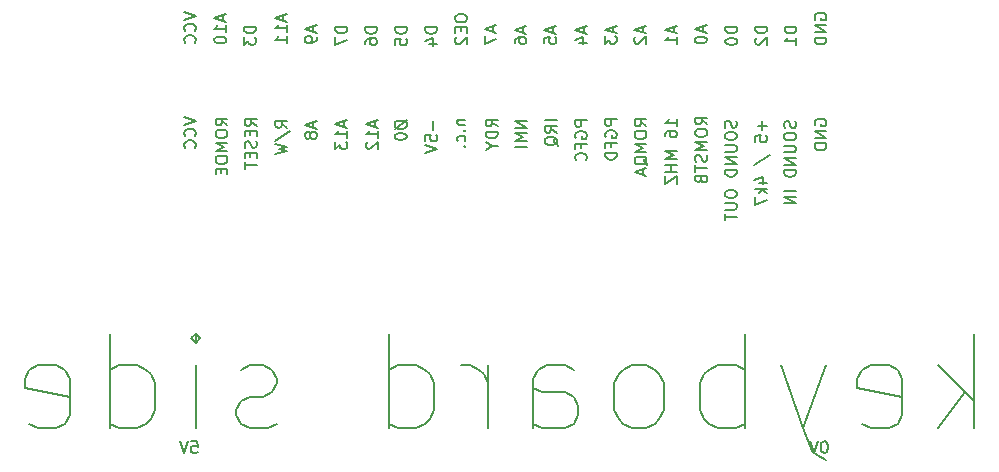
<source format=gbr>
G04 #@! TF.GenerationSoftware,KiCad,Pcbnew,(5.1.2-1)-1*
G04 #@! TF.CreationDate,2022-07-30T23:38:52+02:00*
G04 #@! TF.ProjectId,ElectronBreakOut,456c6563-7472-46f6-9e42-7265616b4f75,rev?*
G04 #@! TF.SameCoordinates,Original*
G04 #@! TF.FileFunction,Legend,Bot*
G04 #@! TF.FilePolarity,Positive*
%FSLAX46Y46*%
G04 Gerber Fmt 4.6, Leading zero omitted, Abs format (unit mm)*
G04 Created by KiCad (PCBNEW (5.1.2-1)-1) date 2022-07-30 23:38:52*
%MOMM*%
%LPD*%
G04 APERTURE LIST*
%ADD10C,0.150000*%
%ADD11C,0.200000*%
G04 APERTURE END LIST*
D10*
X162652380Y-90511904D02*
X162176190Y-90178571D01*
X162652380Y-89940476D02*
X161652380Y-89940476D01*
X161652380Y-90321428D01*
X161700000Y-90416666D01*
X161747619Y-90464285D01*
X161842857Y-90511904D01*
X161985714Y-90511904D01*
X162080952Y-90464285D01*
X162128571Y-90416666D01*
X162176190Y-90321428D01*
X162176190Y-89940476D01*
X161652380Y-91130952D02*
X161652380Y-91321428D01*
X161700000Y-91416666D01*
X161795238Y-91511904D01*
X161985714Y-91559523D01*
X162319047Y-91559523D01*
X162509523Y-91511904D01*
X162604761Y-91416666D01*
X162652380Y-91321428D01*
X162652380Y-91130952D01*
X162604761Y-91035714D01*
X162509523Y-90940476D01*
X162319047Y-90892857D01*
X161985714Y-90892857D01*
X161795238Y-90940476D01*
X161700000Y-91035714D01*
X161652380Y-91130952D01*
X162652380Y-91988095D02*
X161652380Y-91988095D01*
X162366666Y-92321428D01*
X161652380Y-92654761D01*
X162652380Y-92654761D01*
X162747619Y-93797619D02*
X162700000Y-93702380D01*
X162604761Y-93607142D01*
X162461904Y-93464285D01*
X162414285Y-93369047D01*
X162414285Y-93273809D01*
X162652380Y-93321428D02*
X162604761Y-93226190D01*
X162509523Y-93130952D01*
X162319047Y-93083333D01*
X161985714Y-93083333D01*
X161795238Y-93130952D01*
X161700000Y-93226190D01*
X161652380Y-93321428D01*
X161652380Y-93511904D01*
X161700000Y-93607142D01*
X161795238Y-93702380D01*
X161985714Y-93750000D01*
X162319047Y-93750000D01*
X162509523Y-93702380D01*
X162604761Y-93607142D01*
X162652380Y-93511904D01*
X162652380Y-93321428D01*
X162366666Y-94130952D02*
X162366666Y-94607142D01*
X162652380Y-94035714D02*
X161652380Y-94369047D01*
X162652380Y-94702380D01*
X167802380Y-90357142D02*
X167326190Y-90023809D01*
X167802380Y-89785714D02*
X166802380Y-89785714D01*
X166802380Y-90166666D01*
X166850000Y-90261904D01*
X166897619Y-90309523D01*
X166992857Y-90357142D01*
X167135714Y-90357142D01*
X167230952Y-90309523D01*
X167278571Y-90261904D01*
X167326190Y-90166666D01*
X167326190Y-89785714D01*
X166802380Y-90976190D02*
X166802380Y-91166666D01*
X166850000Y-91261904D01*
X166945238Y-91357142D01*
X167135714Y-91404761D01*
X167469047Y-91404761D01*
X167659523Y-91357142D01*
X167754761Y-91261904D01*
X167802380Y-91166666D01*
X167802380Y-90976190D01*
X167754761Y-90880952D01*
X167659523Y-90785714D01*
X167469047Y-90738095D01*
X167135714Y-90738095D01*
X166945238Y-90785714D01*
X166850000Y-90880952D01*
X166802380Y-90976190D01*
X167802380Y-91833333D02*
X166802380Y-91833333D01*
X167516666Y-92166666D01*
X166802380Y-92500000D01*
X167802380Y-92500000D01*
X167754761Y-92928571D02*
X167802380Y-93071428D01*
X167802380Y-93309523D01*
X167754761Y-93404761D01*
X167707142Y-93452380D01*
X167611904Y-93500000D01*
X167516666Y-93500000D01*
X167421428Y-93452380D01*
X167373809Y-93404761D01*
X167326190Y-93309523D01*
X167278571Y-93119047D01*
X167230952Y-93023809D01*
X167183333Y-92976190D01*
X167088095Y-92928571D01*
X166992857Y-92928571D01*
X166897619Y-92976190D01*
X166850000Y-93023809D01*
X166802380Y-93119047D01*
X166802380Y-93357142D01*
X166850000Y-93500000D01*
X166802380Y-93785714D02*
X166802380Y-94357142D01*
X167802380Y-94071428D02*
X166802380Y-94071428D01*
X167278571Y-95023809D02*
X167326190Y-95166666D01*
X167373809Y-95214285D01*
X167469047Y-95261904D01*
X167611904Y-95261904D01*
X167707142Y-95214285D01*
X167754761Y-95166666D01*
X167802380Y-95071428D01*
X167802380Y-94690476D01*
X166802380Y-94690476D01*
X166802380Y-95023809D01*
X166850000Y-95119047D01*
X166897619Y-95166666D01*
X166992857Y-95214285D01*
X167088095Y-95214285D01*
X167183333Y-95166666D01*
X167230952Y-95119047D01*
X167278571Y-95023809D01*
X167278571Y-94690476D01*
X141352380Y-90754761D02*
X142352380Y-89992857D01*
X142352380Y-90278571D02*
X142304761Y-90183333D01*
X142209523Y-90088095D01*
X142019047Y-90040476D01*
X141685714Y-90040476D01*
X141495238Y-90088095D01*
X141400000Y-90183333D01*
X141352380Y-90278571D01*
X141352380Y-90469047D01*
X141400000Y-90564285D01*
X141495238Y-90659523D01*
X141685714Y-90707142D01*
X142019047Y-90707142D01*
X142209523Y-90659523D01*
X142304761Y-90564285D01*
X142352380Y-90469047D01*
X142352380Y-90278571D01*
X141352380Y-91326190D02*
X141352380Y-91421428D01*
X141400000Y-91516666D01*
X141447619Y-91564285D01*
X141542857Y-91611904D01*
X141733333Y-91659523D01*
X141971428Y-91659523D01*
X142161904Y-91611904D01*
X142257142Y-91564285D01*
X142304761Y-91516666D01*
X142352380Y-91421428D01*
X142352380Y-91326190D01*
X142304761Y-91230952D01*
X142257142Y-91183333D01*
X142161904Y-91135714D01*
X141971428Y-91088095D01*
X141733333Y-91088095D01*
X141542857Y-91135714D01*
X141447619Y-91183333D01*
X141400000Y-91230952D01*
X141352380Y-91326190D01*
X150052380Y-90530952D02*
X149576190Y-90197619D01*
X150052380Y-89959523D02*
X149052380Y-89959523D01*
X149052380Y-90340476D01*
X149100000Y-90435714D01*
X149147619Y-90483333D01*
X149242857Y-90530952D01*
X149385714Y-90530952D01*
X149480952Y-90483333D01*
X149528571Y-90435714D01*
X149576190Y-90340476D01*
X149576190Y-89959523D01*
X150052380Y-90959523D02*
X149052380Y-90959523D01*
X149052380Y-91197619D01*
X149100000Y-91340476D01*
X149195238Y-91435714D01*
X149290476Y-91483333D01*
X149480952Y-91530952D01*
X149623809Y-91530952D01*
X149814285Y-91483333D01*
X149909523Y-91435714D01*
X150004761Y-91340476D01*
X150052380Y-91197619D01*
X150052380Y-90959523D01*
X149576190Y-92150000D02*
X150052380Y-92150000D01*
X149052380Y-91816666D02*
X149576190Y-92150000D01*
X149052380Y-92483333D01*
X160152380Y-89909523D02*
X159152380Y-89909523D01*
X159152380Y-90290476D01*
X159200000Y-90385714D01*
X159247619Y-90433333D01*
X159342857Y-90480952D01*
X159485714Y-90480952D01*
X159580952Y-90433333D01*
X159628571Y-90385714D01*
X159676190Y-90290476D01*
X159676190Y-89909523D01*
X159200000Y-91433333D02*
X159152380Y-91338095D01*
X159152380Y-91195238D01*
X159200000Y-91052380D01*
X159295238Y-90957142D01*
X159390476Y-90909523D01*
X159580952Y-90861904D01*
X159723809Y-90861904D01*
X159914285Y-90909523D01*
X160009523Y-90957142D01*
X160104761Y-91052380D01*
X160152380Y-91195238D01*
X160152380Y-91290476D01*
X160104761Y-91433333D01*
X160057142Y-91480952D01*
X159723809Y-91480952D01*
X159723809Y-91290476D01*
X159628571Y-92242857D02*
X159628571Y-91909523D01*
X160152380Y-91909523D02*
X159152380Y-91909523D01*
X159152380Y-92385714D01*
X160152380Y-92766666D02*
X159152380Y-92766666D01*
X159152380Y-93004761D01*
X159200000Y-93147619D01*
X159295238Y-93242857D01*
X159390476Y-93290476D01*
X159580952Y-93338095D01*
X159723809Y-93338095D01*
X159914285Y-93290476D01*
X160009523Y-93242857D01*
X160104761Y-93147619D01*
X160152380Y-93004761D01*
X160152380Y-92766666D01*
X146660714Y-89980952D02*
X147327380Y-89980952D01*
X146755952Y-89980952D02*
X146708333Y-90028571D01*
X146660714Y-90123809D01*
X146660714Y-90266666D01*
X146708333Y-90361904D01*
X146803571Y-90409523D01*
X147327380Y-90409523D01*
X147232142Y-90885714D02*
X147279761Y-90933333D01*
X147327380Y-90885714D01*
X147279761Y-90838095D01*
X147232142Y-90885714D01*
X147327380Y-90885714D01*
X147279761Y-91790476D02*
X147327380Y-91695238D01*
X147327380Y-91504761D01*
X147279761Y-91409523D01*
X147232142Y-91361904D01*
X147136904Y-91314285D01*
X146851190Y-91314285D01*
X146755952Y-91361904D01*
X146708333Y-91409523D01*
X146660714Y-91504761D01*
X146660714Y-91695238D01*
X146708333Y-91790476D01*
X147232142Y-92219047D02*
X147279761Y-92266666D01*
X147327380Y-92219047D01*
X147279761Y-92171428D01*
X147232142Y-92219047D01*
X147327380Y-92219047D01*
X155052380Y-90001190D02*
X154052380Y-90001190D01*
X155052380Y-91048809D02*
X154576190Y-90715476D01*
X155052380Y-90477380D02*
X154052380Y-90477380D01*
X154052380Y-90858333D01*
X154100000Y-90953571D01*
X154147619Y-91001190D01*
X154242857Y-91048809D01*
X154385714Y-91048809D01*
X154480952Y-91001190D01*
X154528571Y-90953571D01*
X154576190Y-90858333D01*
X154576190Y-90477380D01*
X155147619Y-92144047D02*
X155100000Y-92048809D01*
X155004761Y-91953571D01*
X154861904Y-91810714D01*
X154814285Y-91715476D01*
X154814285Y-91620238D01*
X155052380Y-91667857D02*
X155004761Y-91572619D01*
X154909523Y-91477380D01*
X154719047Y-91429761D01*
X154385714Y-91429761D01*
X154195238Y-91477380D01*
X154100000Y-91572619D01*
X154052380Y-91667857D01*
X154052380Y-91858333D01*
X154100000Y-91953571D01*
X154195238Y-92048809D01*
X154385714Y-92096428D01*
X154719047Y-92096428D01*
X154909523Y-92048809D01*
X155004761Y-91953571D01*
X155052380Y-91858333D01*
X155052380Y-91667857D01*
X157627380Y-89984523D02*
X156627380Y-89984523D01*
X156627380Y-90365476D01*
X156675000Y-90460714D01*
X156722619Y-90508333D01*
X156817857Y-90555952D01*
X156960714Y-90555952D01*
X157055952Y-90508333D01*
X157103571Y-90460714D01*
X157151190Y-90365476D01*
X157151190Y-89984523D01*
X156675000Y-91508333D02*
X156627380Y-91413095D01*
X156627380Y-91270238D01*
X156675000Y-91127380D01*
X156770238Y-91032142D01*
X156865476Y-90984523D01*
X157055952Y-90936904D01*
X157198809Y-90936904D01*
X157389285Y-90984523D01*
X157484523Y-91032142D01*
X157579761Y-91127380D01*
X157627380Y-91270238D01*
X157627380Y-91365476D01*
X157579761Y-91508333D01*
X157532142Y-91555952D01*
X157198809Y-91555952D01*
X157198809Y-91365476D01*
X157103571Y-92317857D02*
X157103571Y-91984523D01*
X157627380Y-91984523D02*
X156627380Y-91984523D01*
X156627380Y-92460714D01*
X157532142Y-93413095D02*
X157579761Y-93365476D01*
X157627380Y-93222619D01*
X157627380Y-93127380D01*
X157579761Y-92984523D01*
X157484523Y-92889285D01*
X157389285Y-92841666D01*
X157198809Y-92794047D01*
X157055952Y-92794047D01*
X156865476Y-92841666D01*
X156770238Y-92889285D01*
X156675000Y-92984523D01*
X156627380Y-93127380D01*
X156627380Y-93222619D01*
X156675000Y-93365476D01*
X156722619Y-93413095D01*
X165252380Y-90507142D02*
X165252380Y-89935714D01*
X165252380Y-90221428D02*
X164252380Y-90221428D01*
X164395238Y-90126190D01*
X164490476Y-90030952D01*
X164538095Y-89935714D01*
X164252380Y-91364285D02*
X164252380Y-91173809D01*
X164300000Y-91078571D01*
X164347619Y-91030952D01*
X164490476Y-90935714D01*
X164680952Y-90888095D01*
X165061904Y-90888095D01*
X165157142Y-90935714D01*
X165204761Y-90983333D01*
X165252380Y-91078571D01*
X165252380Y-91269047D01*
X165204761Y-91364285D01*
X165157142Y-91411904D01*
X165061904Y-91459523D01*
X164823809Y-91459523D01*
X164728571Y-91411904D01*
X164680952Y-91364285D01*
X164633333Y-91269047D01*
X164633333Y-91078571D01*
X164680952Y-90983333D01*
X164728571Y-90935714D01*
X164823809Y-90888095D01*
X165252380Y-92650000D02*
X164252380Y-92650000D01*
X164966666Y-92983333D01*
X164252380Y-93316666D01*
X165252380Y-93316666D01*
X165252380Y-93792857D02*
X164252380Y-93792857D01*
X164728571Y-93792857D02*
X164728571Y-94364285D01*
X165252380Y-94364285D02*
X164252380Y-94364285D01*
X164252380Y-94745238D02*
X164252380Y-95411904D01*
X165252380Y-94745238D01*
X165252380Y-95411904D01*
X170254761Y-90058333D02*
X170302380Y-90201190D01*
X170302380Y-90439285D01*
X170254761Y-90534523D01*
X170207142Y-90582142D01*
X170111904Y-90629761D01*
X170016666Y-90629761D01*
X169921428Y-90582142D01*
X169873809Y-90534523D01*
X169826190Y-90439285D01*
X169778571Y-90248809D01*
X169730952Y-90153571D01*
X169683333Y-90105952D01*
X169588095Y-90058333D01*
X169492857Y-90058333D01*
X169397619Y-90105952D01*
X169350000Y-90153571D01*
X169302380Y-90248809D01*
X169302380Y-90486904D01*
X169350000Y-90629761D01*
X169302380Y-91248809D02*
X169302380Y-91439285D01*
X169350000Y-91534523D01*
X169445238Y-91629761D01*
X169635714Y-91677380D01*
X169969047Y-91677380D01*
X170159523Y-91629761D01*
X170254761Y-91534523D01*
X170302380Y-91439285D01*
X170302380Y-91248809D01*
X170254761Y-91153571D01*
X170159523Y-91058333D01*
X169969047Y-91010714D01*
X169635714Y-91010714D01*
X169445238Y-91058333D01*
X169350000Y-91153571D01*
X169302380Y-91248809D01*
X169302380Y-92105952D02*
X170111904Y-92105952D01*
X170207142Y-92153571D01*
X170254761Y-92201190D01*
X170302380Y-92296428D01*
X170302380Y-92486904D01*
X170254761Y-92582142D01*
X170207142Y-92629761D01*
X170111904Y-92677380D01*
X169302380Y-92677380D01*
X170302380Y-93153571D02*
X169302380Y-93153571D01*
X170302380Y-93725000D01*
X169302380Y-93725000D01*
X170302380Y-94201190D02*
X169302380Y-94201190D01*
X169302380Y-94439285D01*
X169350000Y-94582142D01*
X169445238Y-94677380D01*
X169540476Y-94725000D01*
X169730952Y-94772619D01*
X169873809Y-94772619D01*
X170064285Y-94725000D01*
X170159523Y-94677380D01*
X170254761Y-94582142D01*
X170302380Y-94439285D01*
X170302380Y-94201190D01*
X169302380Y-96153571D02*
X169302380Y-96344047D01*
X169350000Y-96439285D01*
X169445238Y-96534523D01*
X169635714Y-96582142D01*
X169969047Y-96582142D01*
X170159523Y-96534523D01*
X170254761Y-96439285D01*
X170302380Y-96344047D01*
X170302380Y-96153571D01*
X170254761Y-96058333D01*
X170159523Y-95963095D01*
X169969047Y-95915476D01*
X169635714Y-95915476D01*
X169445238Y-95963095D01*
X169350000Y-96058333D01*
X169302380Y-96153571D01*
X169302380Y-97010714D02*
X170111904Y-97010714D01*
X170207142Y-97058333D01*
X170254761Y-97105952D01*
X170302380Y-97201190D01*
X170302380Y-97391666D01*
X170254761Y-97486904D01*
X170207142Y-97534523D01*
X170111904Y-97582142D01*
X169302380Y-97582142D01*
X169302380Y-97915476D02*
X169302380Y-98486904D01*
X170302380Y-98201190D02*
X169302380Y-98201190D01*
X146452380Y-81276190D02*
X146452380Y-81466666D01*
X146500000Y-81561904D01*
X146595238Y-81657142D01*
X146785714Y-81704761D01*
X147119047Y-81704761D01*
X147309523Y-81657142D01*
X147404761Y-81561904D01*
X147452380Y-81466666D01*
X147452380Y-81276190D01*
X147404761Y-81180952D01*
X147309523Y-81085714D01*
X147119047Y-81038095D01*
X146785714Y-81038095D01*
X146595238Y-81085714D01*
X146500000Y-81180952D01*
X146452380Y-81276190D01*
X146928571Y-82133333D02*
X146928571Y-82466666D01*
X147452380Y-82609523D02*
X147452380Y-82133333D01*
X146452380Y-82133333D01*
X146452380Y-82609523D01*
X146547619Y-82990476D02*
X146500000Y-83038095D01*
X146452380Y-83133333D01*
X146452380Y-83371428D01*
X146500000Y-83466666D01*
X146547619Y-83514285D01*
X146642857Y-83561904D01*
X146738095Y-83561904D01*
X146880952Y-83514285D01*
X147452380Y-82942857D01*
X147452380Y-83561904D01*
X144927380Y-82111904D02*
X143927380Y-82111904D01*
X143927380Y-82350000D01*
X143975000Y-82492857D01*
X144070238Y-82588095D01*
X144165476Y-82635714D01*
X144355952Y-82683333D01*
X144498809Y-82683333D01*
X144689285Y-82635714D01*
X144784523Y-82588095D01*
X144879761Y-82492857D01*
X144927380Y-82350000D01*
X144927380Y-82111904D01*
X144260714Y-83540476D02*
X144927380Y-83540476D01*
X143879761Y-83302380D02*
X144594047Y-83064285D01*
X144594047Y-83683333D01*
X175279761Y-90100000D02*
X175327380Y-90242857D01*
X175327380Y-90480952D01*
X175279761Y-90576190D01*
X175232142Y-90623809D01*
X175136904Y-90671428D01*
X175041666Y-90671428D01*
X174946428Y-90623809D01*
X174898809Y-90576190D01*
X174851190Y-90480952D01*
X174803571Y-90290476D01*
X174755952Y-90195238D01*
X174708333Y-90147619D01*
X174613095Y-90100000D01*
X174517857Y-90100000D01*
X174422619Y-90147619D01*
X174375000Y-90195238D01*
X174327380Y-90290476D01*
X174327380Y-90528571D01*
X174375000Y-90671428D01*
X174327380Y-91290476D02*
X174327380Y-91480952D01*
X174375000Y-91576190D01*
X174470238Y-91671428D01*
X174660714Y-91719047D01*
X174994047Y-91719047D01*
X175184523Y-91671428D01*
X175279761Y-91576190D01*
X175327380Y-91480952D01*
X175327380Y-91290476D01*
X175279761Y-91195238D01*
X175184523Y-91100000D01*
X174994047Y-91052380D01*
X174660714Y-91052380D01*
X174470238Y-91100000D01*
X174375000Y-91195238D01*
X174327380Y-91290476D01*
X174327380Y-92147619D02*
X175136904Y-92147619D01*
X175232142Y-92195238D01*
X175279761Y-92242857D01*
X175327380Y-92338095D01*
X175327380Y-92528571D01*
X175279761Y-92623809D01*
X175232142Y-92671428D01*
X175136904Y-92719047D01*
X174327380Y-92719047D01*
X175327380Y-93195238D02*
X174327380Y-93195238D01*
X175327380Y-93766666D01*
X174327380Y-93766666D01*
X175327380Y-94242857D02*
X174327380Y-94242857D01*
X174327380Y-94480952D01*
X174375000Y-94623809D01*
X174470238Y-94719047D01*
X174565476Y-94766666D01*
X174755952Y-94814285D01*
X174898809Y-94814285D01*
X175089285Y-94766666D01*
X175184523Y-94719047D01*
X175279761Y-94623809D01*
X175327380Y-94480952D01*
X175327380Y-94242857D01*
X175327380Y-96004761D02*
X174327380Y-96004761D01*
X175327380Y-96480952D02*
X174327380Y-96480952D01*
X175327380Y-97052380D01*
X174327380Y-97052380D01*
X131916666Y-81084523D02*
X131916666Y-81560714D01*
X132202380Y-80989285D02*
X131202380Y-81322619D01*
X132202380Y-81655952D01*
X132202380Y-82513095D02*
X132202380Y-81941666D01*
X132202380Y-82227380D02*
X131202380Y-82227380D01*
X131345238Y-82132142D01*
X131440476Y-82036904D01*
X131488095Y-81941666D01*
X132202380Y-83465476D02*
X132202380Y-82894047D01*
X132202380Y-83179761D02*
X131202380Y-83179761D01*
X131345238Y-83084523D01*
X131440476Y-82989285D01*
X131488095Y-82894047D01*
X142377380Y-82136904D02*
X141377380Y-82136904D01*
X141377380Y-82375000D01*
X141425000Y-82517857D01*
X141520238Y-82613095D01*
X141615476Y-82660714D01*
X141805952Y-82708333D01*
X141948809Y-82708333D01*
X142139285Y-82660714D01*
X142234523Y-82613095D01*
X142329761Y-82517857D01*
X142377380Y-82375000D01*
X142377380Y-82136904D01*
X141377380Y-83613095D02*
X141377380Y-83136904D01*
X141853571Y-83089285D01*
X141805952Y-83136904D01*
X141758333Y-83232142D01*
X141758333Y-83470238D01*
X141805952Y-83565476D01*
X141853571Y-83613095D01*
X141948809Y-83660714D01*
X142186904Y-83660714D01*
X142282142Y-83613095D01*
X142329761Y-83565476D01*
X142377380Y-83470238D01*
X142377380Y-83232142D01*
X142329761Y-83136904D01*
X142282142Y-83089285D01*
X126791666Y-81109523D02*
X126791666Y-81585714D01*
X127077380Y-81014285D02*
X126077380Y-81347619D01*
X127077380Y-81680952D01*
X127077380Y-82538095D02*
X127077380Y-81966666D01*
X127077380Y-82252380D02*
X126077380Y-82252380D01*
X126220238Y-82157142D01*
X126315476Y-82061904D01*
X126363095Y-81966666D01*
X126077380Y-83157142D02*
X126077380Y-83252380D01*
X126125000Y-83347619D01*
X126172619Y-83395238D01*
X126267857Y-83442857D01*
X126458333Y-83490476D01*
X126696428Y-83490476D01*
X126886904Y-83442857D01*
X126982142Y-83395238D01*
X127029761Y-83347619D01*
X127077380Y-83252380D01*
X127077380Y-83157142D01*
X127029761Y-83061904D01*
X126982142Y-83014285D01*
X126886904Y-82966666D01*
X126696428Y-82919047D01*
X126458333Y-82919047D01*
X126267857Y-82966666D01*
X126172619Y-83014285D01*
X126125000Y-83061904D01*
X126077380Y-83157142D01*
X129577380Y-82086904D02*
X128577380Y-82086904D01*
X128577380Y-82325000D01*
X128625000Y-82467857D01*
X128720238Y-82563095D01*
X128815476Y-82610714D01*
X129005952Y-82658333D01*
X129148809Y-82658333D01*
X129339285Y-82610714D01*
X129434523Y-82563095D01*
X129529761Y-82467857D01*
X129577380Y-82325000D01*
X129577380Y-82086904D01*
X128577380Y-82991666D02*
X128577380Y-83610714D01*
X128958333Y-83277380D01*
X128958333Y-83420238D01*
X129005952Y-83515476D01*
X129053571Y-83563095D01*
X129148809Y-83610714D01*
X129386904Y-83610714D01*
X129482142Y-83563095D01*
X129529761Y-83515476D01*
X129577380Y-83420238D01*
X129577380Y-83134523D01*
X129529761Y-83039285D01*
X129482142Y-82991666D01*
X134441666Y-82035714D02*
X134441666Y-82511904D01*
X134727380Y-81940476D02*
X133727380Y-82273809D01*
X134727380Y-82607142D01*
X134727380Y-82988095D02*
X134727380Y-83178571D01*
X134679761Y-83273809D01*
X134632142Y-83321428D01*
X134489285Y-83416666D01*
X134298809Y-83464285D01*
X133917857Y-83464285D01*
X133822619Y-83416666D01*
X133775000Y-83369047D01*
X133727380Y-83273809D01*
X133727380Y-83083333D01*
X133775000Y-82988095D01*
X133822619Y-82940476D01*
X133917857Y-82892857D01*
X134155952Y-82892857D01*
X134251190Y-82940476D01*
X134298809Y-82988095D01*
X134346428Y-83083333D01*
X134346428Y-83273809D01*
X134298809Y-83369047D01*
X134251190Y-83416666D01*
X134155952Y-83464285D01*
X137327380Y-82086904D02*
X136327380Y-82086904D01*
X136327380Y-82325000D01*
X136375000Y-82467857D01*
X136470238Y-82563095D01*
X136565476Y-82610714D01*
X136755952Y-82658333D01*
X136898809Y-82658333D01*
X137089285Y-82610714D01*
X137184523Y-82563095D01*
X137279761Y-82467857D01*
X137327380Y-82325000D01*
X137327380Y-82086904D01*
X136327380Y-82991666D02*
X136327380Y-83658333D01*
X137327380Y-83229761D01*
X123502380Y-80866666D02*
X124502380Y-81200000D01*
X123502380Y-81533333D01*
X124407142Y-82438095D02*
X124454761Y-82390476D01*
X124502380Y-82247619D01*
X124502380Y-82152380D01*
X124454761Y-82009523D01*
X124359523Y-81914285D01*
X124264285Y-81866666D01*
X124073809Y-81819047D01*
X123930952Y-81819047D01*
X123740476Y-81866666D01*
X123645238Y-81914285D01*
X123550000Y-82009523D01*
X123502380Y-82152380D01*
X123502380Y-82247619D01*
X123550000Y-82390476D01*
X123597619Y-82438095D01*
X124407142Y-83438095D02*
X124454761Y-83390476D01*
X124502380Y-83247619D01*
X124502380Y-83152380D01*
X124454761Y-83009523D01*
X124359523Y-82914285D01*
X124264285Y-82866666D01*
X124073809Y-82819047D01*
X123930952Y-82819047D01*
X123740476Y-82866666D01*
X123645238Y-82914285D01*
X123550000Y-83009523D01*
X123502380Y-83152380D01*
X123502380Y-83247619D01*
X123550000Y-83390476D01*
X123597619Y-83438095D01*
X152527380Y-90054761D02*
X151527380Y-90054761D01*
X152527380Y-90626190D01*
X151527380Y-90626190D01*
X152527380Y-91102380D02*
X151527380Y-91102380D01*
X152241666Y-91435714D01*
X151527380Y-91769047D01*
X152527380Y-91769047D01*
X152527380Y-92245238D02*
X151527380Y-92245238D01*
X139852380Y-82111904D02*
X138852380Y-82111904D01*
X138852380Y-82350000D01*
X138900000Y-82492857D01*
X138995238Y-82588095D01*
X139090476Y-82635714D01*
X139280952Y-82683333D01*
X139423809Y-82683333D01*
X139614285Y-82635714D01*
X139709523Y-82588095D01*
X139804761Y-82492857D01*
X139852380Y-82350000D01*
X139852380Y-82111904D01*
X138852380Y-83540476D02*
X138852380Y-83350000D01*
X138900000Y-83254761D01*
X138947619Y-83207142D01*
X139090476Y-83111904D01*
X139280952Y-83064285D01*
X139661904Y-83064285D01*
X139757142Y-83111904D01*
X139804761Y-83159523D01*
X139852380Y-83254761D01*
X139852380Y-83445238D01*
X139804761Y-83540476D01*
X139757142Y-83588095D01*
X139661904Y-83635714D01*
X139423809Y-83635714D01*
X139328571Y-83588095D01*
X139280952Y-83540476D01*
X139233333Y-83445238D01*
X139233333Y-83254761D01*
X139280952Y-83159523D01*
X139328571Y-83111904D01*
X139423809Y-83064285D01*
X176950000Y-90438095D02*
X176902380Y-90342857D01*
X176902380Y-90200000D01*
X176950000Y-90057142D01*
X177045238Y-89961904D01*
X177140476Y-89914285D01*
X177330952Y-89866666D01*
X177473809Y-89866666D01*
X177664285Y-89914285D01*
X177759523Y-89961904D01*
X177854761Y-90057142D01*
X177902380Y-90200000D01*
X177902380Y-90295238D01*
X177854761Y-90438095D01*
X177807142Y-90485714D01*
X177473809Y-90485714D01*
X177473809Y-90295238D01*
X177902380Y-90914285D02*
X176902380Y-90914285D01*
X177902380Y-91485714D01*
X176902380Y-91485714D01*
X177902380Y-91961904D02*
X176902380Y-91961904D01*
X176902380Y-92200000D01*
X176950000Y-92342857D01*
X177045238Y-92438095D01*
X177140476Y-92485714D01*
X177330952Y-92533333D01*
X177473809Y-92533333D01*
X177664285Y-92485714D01*
X177759523Y-92438095D01*
X177854761Y-92342857D01*
X177902380Y-92200000D01*
X177902380Y-91961904D01*
X123527380Y-89766666D02*
X124527380Y-90100000D01*
X123527380Y-90433333D01*
X124432142Y-91338095D02*
X124479761Y-91290476D01*
X124527380Y-91147619D01*
X124527380Y-91052380D01*
X124479761Y-90909523D01*
X124384523Y-90814285D01*
X124289285Y-90766666D01*
X124098809Y-90719047D01*
X123955952Y-90719047D01*
X123765476Y-90766666D01*
X123670238Y-90814285D01*
X123575000Y-90909523D01*
X123527380Y-91052380D01*
X123527380Y-91147619D01*
X123575000Y-91290476D01*
X123622619Y-91338095D01*
X124432142Y-92338095D02*
X124479761Y-92290476D01*
X124527380Y-92147619D01*
X124527380Y-92052380D01*
X124479761Y-91909523D01*
X124384523Y-91814285D01*
X124289285Y-91766666D01*
X124098809Y-91719047D01*
X123955952Y-91719047D01*
X123765476Y-91766666D01*
X123670238Y-91814285D01*
X123575000Y-91909523D01*
X123527380Y-92052380D01*
X123527380Y-92147619D01*
X123575000Y-92290476D01*
X123622619Y-92338095D01*
X127177380Y-90438095D02*
X126701190Y-90104761D01*
X127177380Y-89866666D02*
X126177380Y-89866666D01*
X126177380Y-90247619D01*
X126225000Y-90342857D01*
X126272619Y-90390476D01*
X126367857Y-90438095D01*
X126510714Y-90438095D01*
X126605952Y-90390476D01*
X126653571Y-90342857D01*
X126701190Y-90247619D01*
X126701190Y-89866666D01*
X126177380Y-91057142D02*
X126177380Y-91247619D01*
X126225000Y-91342857D01*
X126320238Y-91438095D01*
X126510714Y-91485714D01*
X126844047Y-91485714D01*
X127034523Y-91438095D01*
X127129761Y-91342857D01*
X127177380Y-91247619D01*
X127177380Y-91057142D01*
X127129761Y-90961904D01*
X127034523Y-90866666D01*
X126844047Y-90819047D01*
X126510714Y-90819047D01*
X126320238Y-90866666D01*
X126225000Y-90961904D01*
X126177380Y-91057142D01*
X127177380Y-91914285D02*
X126177380Y-91914285D01*
X126891666Y-92247619D01*
X126177380Y-92580952D01*
X127177380Y-92580952D01*
X126177380Y-93247619D02*
X126177380Y-93438095D01*
X126225000Y-93533333D01*
X126320238Y-93628571D01*
X126510714Y-93676190D01*
X126844047Y-93676190D01*
X127034523Y-93628571D01*
X127129761Y-93533333D01*
X127177380Y-93438095D01*
X127177380Y-93247619D01*
X127129761Y-93152380D01*
X127034523Y-93057142D01*
X126844047Y-93009523D01*
X126510714Y-93009523D01*
X126320238Y-93057142D01*
X126225000Y-93152380D01*
X126177380Y-93247619D01*
X126653571Y-94104761D02*
X126653571Y-94438095D01*
X127177380Y-94580952D02*
X127177380Y-94104761D01*
X126177380Y-94104761D01*
X126177380Y-94580952D01*
X129652380Y-90472619D02*
X129176190Y-90139285D01*
X129652380Y-89901190D02*
X128652380Y-89901190D01*
X128652380Y-90282142D01*
X128700000Y-90377380D01*
X128747619Y-90425000D01*
X128842857Y-90472619D01*
X128985714Y-90472619D01*
X129080952Y-90425000D01*
X129128571Y-90377380D01*
X129176190Y-90282142D01*
X129176190Y-89901190D01*
X129128571Y-90901190D02*
X129128571Y-91234523D01*
X129652380Y-91377380D02*
X129652380Y-90901190D01*
X128652380Y-90901190D01*
X128652380Y-91377380D01*
X129604761Y-91758333D02*
X129652380Y-91901190D01*
X129652380Y-92139285D01*
X129604761Y-92234523D01*
X129557142Y-92282142D01*
X129461904Y-92329761D01*
X129366666Y-92329761D01*
X129271428Y-92282142D01*
X129223809Y-92234523D01*
X129176190Y-92139285D01*
X129128571Y-91948809D01*
X129080952Y-91853571D01*
X129033333Y-91805952D01*
X128938095Y-91758333D01*
X128842857Y-91758333D01*
X128747619Y-91805952D01*
X128700000Y-91853571D01*
X128652380Y-91948809D01*
X128652380Y-92186904D01*
X128700000Y-92329761D01*
X129128571Y-92758333D02*
X129128571Y-93091666D01*
X129652380Y-93234523D02*
X129652380Y-92758333D01*
X128652380Y-92758333D01*
X128652380Y-93234523D01*
X128652380Y-93520238D02*
X128652380Y-94091666D01*
X129652380Y-93805952D02*
X128652380Y-93805952D01*
X132252380Y-90639285D02*
X131776190Y-90305952D01*
X132252380Y-90067857D02*
X131252380Y-90067857D01*
X131252380Y-90448809D01*
X131300000Y-90544047D01*
X131347619Y-90591666D01*
X131442857Y-90639285D01*
X131585714Y-90639285D01*
X131680952Y-90591666D01*
X131728571Y-90544047D01*
X131776190Y-90448809D01*
X131776190Y-90067857D01*
X131204761Y-91782142D02*
X132490476Y-90925000D01*
X131252380Y-92020238D02*
X132252380Y-92258333D01*
X131538095Y-92448809D01*
X132252380Y-92639285D01*
X131252380Y-92877380D01*
X134466666Y-90135714D02*
X134466666Y-90611904D01*
X134752380Y-90040476D02*
X133752380Y-90373809D01*
X134752380Y-90707142D01*
X134180952Y-91183333D02*
X134133333Y-91088095D01*
X134085714Y-91040476D01*
X133990476Y-90992857D01*
X133942857Y-90992857D01*
X133847619Y-91040476D01*
X133800000Y-91088095D01*
X133752380Y-91183333D01*
X133752380Y-91373809D01*
X133800000Y-91469047D01*
X133847619Y-91516666D01*
X133942857Y-91564285D01*
X133990476Y-91564285D01*
X134085714Y-91516666D01*
X134133333Y-91469047D01*
X134180952Y-91373809D01*
X134180952Y-91183333D01*
X134228571Y-91088095D01*
X134276190Y-91040476D01*
X134371428Y-90992857D01*
X134561904Y-90992857D01*
X134657142Y-91040476D01*
X134704761Y-91088095D01*
X134752380Y-91183333D01*
X134752380Y-91373809D01*
X134704761Y-91469047D01*
X134657142Y-91516666D01*
X134561904Y-91564285D01*
X134371428Y-91564285D01*
X134276190Y-91516666D01*
X134228571Y-91469047D01*
X134180952Y-91373809D01*
X137041666Y-90059523D02*
X137041666Y-90535714D01*
X137327380Y-89964285D02*
X136327380Y-90297619D01*
X137327380Y-90630952D01*
X137327380Y-91488095D02*
X137327380Y-90916666D01*
X137327380Y-91202380D02*
X136327380Y-91202380D01*
X136470238Y-91107142D01*
X136565476Y-91011904D01*
X136613095Y-90916666D01*
X136327380Y-91821428D02*
X136327380Y-92440476D01*
X136708333Y-92107142D01*
X136708333Y-92250000D01*
X136755952Y-92345238D01*
X136803571Y-92392857D01*
X136898809Y-92440476D01*
X137136904Y-92440476D01*
X137232142Y-92392857D01*
X137279761Y-92345238D01*
X137327380Y-92250000D01*
X137327380Y-91964285D01*
X137279761Y-91869047D01*
X137232142Y-91821428D01*
X139641666Y-90059523D02*
X139641666Y-90535714D01*
X139927380Y-89964285D02*
X138927380Y-90297619D01*
X139927380Y-90630952D01*
X139927380Y-91488095D02*
X139927380Y-90916666D01*
X139927380Y-91202380D02*
X138927380Y-91202380D01*
X139070238Y-91107142D01*
X139165476Y-91011904D01*
X139213095Y-90916666D01*
X139022619Y-91869047D02*
X138975000Y-91916666D01*
X138927380Y-92011904D01*
X138927380Y-92250000D01*
X138975000Y-92345238D01*
X139022619Y-92392857D01*
X139117857Y-92440476D01*
X139213095Y-92440476D01*
X139355952Y-92392857D01*
X139927380Y-91821428D01*
X139927380Y-92440476D01*
X144571428Y-90039285D02*
X144571428Y-90801190D01*
X143952380Y-91753571D02*
X143952380Y-91277380D01*
X144428571Y-91229761D01*
X144380952Y-91277380D01*
X144333333Y-91372619D01*
X144333333Y-91610714D01*
X144380952Y-91705952D01*
X144428571Y-91753571D01*
X144523809Y-91801190D01*
X144761904Y-91801190D01*
X144857142Y-91753571D01*
X144904761Y-91705952D01*
X144952380Y-91610714D01*
X144952380Y-91372619D01*
X144904761Y-91277380D01*
X144857142Y-91229761D01*
X143952380Y-92086904D02*
X144952380Y-92420238D01*
X143952380Y-92753571D01*
X172471428Y-90100000D02*
X172471428Y-90861904D01*
X172852380Y-90480952D02*
X172090476Y-90480952D01*
X171852380Y-91814285D02*
X171852380Y-91338095D01*
X172328571Y-91290476D01*
X172280952Y-91338095D01*
X172233333Y-91433333D01*
X172233333Y-91671428D01*
X172280952Y-91766666D01*
X172328571Y-91814285D01*
X172423809Y-91861904D01*
X172661904Y-91861904D01*
X172757142Y-91814285D01*
X172804761Y-91766666D01*
X172852380Y-91671428D01*
X172852380Y-91433333D01*
X172804761Y-91338095D01*
X172757142Y-91290476D01*
X171804761Y-93766666D02*
X173090476Y-92909523D01*
X172185714Y-95290476D02*
X172852380Y-95290476D01*
X171804761Y-95052380D02*
X172519047Y-94814285D01*
X172519047Y-95433333D01*
X172852380Y-95814285D02*
X171852380Y-95814285D01*
X172471428Y-95909523D02*
X172852380Y-96195238D01*
X172185714Y-96195238D02*
X172566666Y-95814285D01*
X171852380Y-96528571D02*
X171852380Y-97195238D01*
X172852380Y-96766666D01*
X149666666Y-82060714D02*
X149666666Y-82536904D01*
X149952380Y-81965476D02*
X148952380Y-82298809D01*
X149952380Y-82632142D01*
X148952380Y-82870238D02*
X148952380Y-83536904D01*
X149952380Y-83108333D01*
X152216666Y-82110714D02*
X152216666Y-82586904D01*
X152502380Y-82015476D02*
X151502380Y-82348809D01*
X152502380Y-82682142D01*
X151502380Y-83444047D02*
X151502380Y-83253571D01*
X151550000Y-83158333D01*
X151597619Y-83110714D01*
X151740476Y-83015476D01*
X151930952Y-82967857D01*
X152311904Y-82967857D01*
X152407142Y-83015476D01*
X152454761Y-83063095D01*
X152502380Y-83158333D01*
X152502380Y-83348809D01*
X152454761Y-83444047D01*
X152407142Y-83491666D01*
X152311904Y-83539285D01*
X152073809Y-83539285D01*
X151978571Y-83491666D01*
X151930952Y-83444047D01*
X151883333Y-83348809D01*
X151883333Y-83158333D01*
X151930952Y-83063095D01*
X151978571Y-83015476D01*
X152073809Y-82967857D01*
X154741666Y-82110714D02*
X154741666Y-82586904D01*
X155027380Y-82015476D02*
X154027380Y-82348809D01*
X155027380Y-82682142D01*
X154027380Y-83491666D02*
X154027380Y-83015476D01*
X154503571Y-82967857D01*
X154455952Y-83015476D01*
X154408333Y-83110714D01*
X154408333Y-83348809D01*
X154455952Y-83444047D01*
X154503571Y-83491666D01*
X154598809Y-83539285D01*
X154836904Y-83539285D01*
X154932142Y-83491666D01*
X154979761Y-83444047D01*
X155027380Y-83348809D01*
X155027380Y-83110714D01*
X154979761Y-83015476D01*
X154932142Y-82967857D01*
X157341666Y-82110714D02*
X157341666Y-82586904D01*
X157627380Y-82015476D02*
X156627380Y-82348809D01*
X157627380Y-82682142D01*
X156960714Y-83444047D02*
X157627380Y-83444047D01*
X156579761Y-83205952D02*
X157294047Y-82967857D01*
X157294047Y-83586904D01*
X175352380Y-82086904D02*
X174352380Y-82086904D01*
X174352380Y-82325000D01*
X174400000Y-82467857D01*
X174495238Y-82563095D01*
X174590476Y-82610714D01*
X174780952Y-82658333D01*
X174923809Y-82658333D01*
X175114285Y-82610714D01*
X175209523Y-82563095D01*
X175304761Y-82467857D01*
X175352380Y-82325000D01*
X175352380Y-82086904D01*
X175352380Y-83610714D02*
X175352380Y-83039285D01*
X175352380Y-83325000D02*
X174352380Y-83325000D01*
X174495238Y-83229761D01*
X174590476Y-83134523D01*
X174638095Y-83039285D01*
X176950000Y-81488095D02*
X176902380Y-81392857D01*
X176902380Y-81250000D01*
X176950000Y-81107142D01*
X177045238Y-81011904D01*
X177140476Y-80964285D01*
X177330952Y-80916666D01*
X177473809Y-80916666D01*
X177664285Y-80964285D01*
X177759523Y-81011904D01*
X177854761Y-81107142D01*
X177902380Y-81250000D01*
X177902380Y-81345238D01*
X177854761Y-81488095D01*
X177807142Y-81535714D01*
X177473809Y-81535714D01*
X177473809Y-81345238D01*
X177902380Y-81964285D02*
X176902380Y-81964285D01*
X177902380Y-82535714D01*
X176902380Y-82535714D01*
X177902380Y-83011904D02*
X176902380Y-83011904D01*
X176902380Y-83250000D01*
X176950000Y-83392857D01*
X177045238Y-83488095D01*
X177140476Y-83535714D01*
X177330952Y-83583333D01*
X177473809Y-83583333D01*
X177664285Y-83535714D01*
X177759523Y-83488095D01*
X177854761Y-83392857D01*
X177902380Y-83250000D01*
X177902380Y-83011904D01*
X172877380Y-82086904D02*
X171877380Y-82086904D01*
X171877380Y-82325000D01*
X171925000Y-82467857D01*
X172020238Y-82563095D01*
X172115476Y-82610714D01*
X172305952Y-82658333D01*
X172448809Y-82658333D01*
X172639285Y-82610714D01*
X172734523Y-82563095D01*
X172829761Y-82467857D01*
X172877380Y-82325000D01*
X172877380Y-82086904D01*
X171972619Y-83039285D02*
X171925000Y-83086904D01*
X171877380Y-83182142D01*
X171877380Y-83420238D01*
X171925000Y-83515476D01*
X171972619Y-83563095D01*
X172067857Y-83610714D01*
X172163095Y-83610714D01*
X172305952Y-83563095D01*
X172877380Y-82991666D01*
X172877380Y-83610714D01*
X170352380Y-82086904D02*
X169352380Y-82086904D01*
X169352380Y-82325000D01*
X169400000Y-82467857D01*
X169495238Y-82563095D01*
X169590476Y-82610714D01*
X169780952Y-82658333D01*
X169923809Y-82658333D01*
X170114285Y-82610714D01*
X170209523Y-82563095D01*
X170304761Y-82467857D01*
X170352380Y-82325000D01*
X170352380Y-82086904D01*
X169352380Y-83277380D02*
X169352380Y-83372619D01*
X169400000Y-83467857D01*
X169447619Y-83515476D01*
X169542857Y-83563095D01*
X169733333Y-83610714D01*
X169971428Y-83610714D01*
X170161904Y-83563095D01*
X170257142Y-83515476D01*
X170304761Y-83467857D01*
X170352380Y-83372619D01*
X170352380Y-83277380D01*
X170304761Y-83182142D01*
X170257142Y-83134523D01*
X170161904Y-83086904D01*
X169971428Y-83039285D01*
X169733333Y-83039285D01*
X169542857Y-83086904D01*
X169447619Y-83134523D01*
X169400000Y-83182142D01*
X169352380Y-83277380D01*
X164966666Y-82085714D02*
X164966666Y-82561904D01*
X165252380Y-81990476D02*
X164252380Y-82323809D01*
X165252380Y-82657142D01*
X165252380Y-83514285D02*
X165252380Y-82942857D01*
X165252380Y-83228571D02*
X164252380Y-83228571D01*
X164395238Y-83133333D01*
X164490476Y-83038095D01*
X164538095Y-82942857D01*
X162341666Y-82085714D02*
X162341666Y-82561904D01*
X162627380Y-81990476D02*
X161627380Y-82323809D01*
X162627380Y-82657142D01*
X161722619Y-82942857D02*
X161675000Y-82990476D01*
X161627380Y-83085714D01*
X161627380Y-83323809D01*
X161675000Y-83419047D01*
X161722619Y-83466666D01*
X161817857Y-83514285D01*
X161913095Y-83514285D01*
X162055952Y-83466666D01*
X162627380Y-82895238D01*
X162627380Y-83514285D01*
X159841666Y-82085714D02*
X159841666Y-82561904D01*
X160127380Y-81990476D02*
X159127380Y-82323809D01*
X160127380Y-82657142D01*
X159127380Y-82895238D02*
X159127380Y-83514285D01*
X159508333Y-83180952D01*
X159508333Y-83323809D01*
X159555952Y-83419047D01*
X159603571Y-83466666D01*
X159698809Y-83514285D01*
X159936904Y-83514285D01*
X160032142Y-83466666D01*
X160079761Y-83419047D01*
X160127380Y-83323809D01*
X160127380Y-83038095D01*
X160079761Y-82942857D01*
X160032142Y-82895238D01*
X167466666Y-82060714D02*
X167466666Y-82536904D01*
X167752380Y-81965476D02*
X166752380Y-82298809D01*
X167752380Y-82632142D01*
X166752380Y-83155952D02*
X166752380Y-83251190D01*
X166800000Y-83346428D01*
X166847619Y-83394047D01*
X166942857Y-83441666D01*
X167133333Y-83489285D01*
X167371428Y-83489285D01*
X167561904Y-83441666D01*
X167657142Y-83394047D01*
X167704761Y-83346428D01*
X167752380Y-83251190D01*
X167752380Y-83155952D01*
X167704761Y-83060714D01*
X167657142Y-83013095D01*
X167561904Y-82965476D01*
X167371428Y-82917857D01*
X167133333Y-82917857D01*
X166942857Y-82965476D01*
X166847619Y-83013095D01*
X166800000Y-83060714D01*
X166752380Y-83155952D01*
X177768190Y-117166380D02*
X177672952Y-117166380D01*
X177577714Y-117214000D01*
X177530095Y-117261619D01*
X177482476Y-117356857D01*
X177434857Y-117547333D01*
X177434857Y-117785428D01*
X177482476Y-117975904D01*
X177530095Y-118071142D01*
X177577714Y-118118761D01*
X177672952Y-118166380D01*
X177768190Y-118166380D01*
X177863428Y-118118761D01*
X177911047Y-118071142D01*
X177958666Y-117975904D01*
X178006285Y-117785428D01*
X178006285Y-117547333D01*
X177958666Y-117356857D01*
X177911047Y-117261619D01*
X177863428Y-117214000D01*
X177768190Y-117166380D01*
X177149142Y-117166380D02*
X176815809Y-118166380D01*
X176482476Y-117166380D01*
X124142476Y-117166380D02*
X124618666Y-117166380D01*
X124666285Y-117642571D01*
X124618666Y-117594952D01*
X124523428Y-117547333D01*
X124285333Y-117547333D01*
X124190095Y-117594952D01*
X124142476Y-117642571D01*
X124094857Y-117737809D01*
X124094857Y-117975904D01*
X124142476Y-118071142D01*
X124190095Y-118118761D01*
X124285333Y-118166380D01*
X124523428Y-118166380D01*
X124618666Y-118118761D01*
X124666285Y-118071142D01*
X123809142Y-117166380D02*
X123475809Y-118166380D01*
X123142476Y-117166380D01*
D11*
X190425000Y-116069047D02*
X190425000Y-108069047D01*
X189663095Y-113021428D02*
X187377380Y-116069047D01*
X187377380Y-110735714D02*
X190425000Y-113783333D01*
X180901190Y-115688095D02*
X181663095Y-116069047D01*
X183186904Y-116069047D01*
X183948809Y-115688095D01*
X184329761Y-114926190D01*
X184329761Y-111878571D01*
X183948809Y-111116666D01*
X183186904Y-110735714D01*
X181663095Y-110735714D01*
X180901190Y-111116666D01*
X180520238Y-111878571D01*
X180520238Y-112640476D01*
X184329761Y-113402380D01*
X177853571Y-110735714D02*
X175948809Y-116069047D01*
X174044047Y-110735714D02*
X175948809Y-116069047D01*
X176710714Y-117973809D01*
X177091666Y-118354761D01*
X177853571Y-118735714D01*
X170996428Y-116069047D02*
X170996428Y-108069047D01*
X170996428Y-111116666D02*
X170234523Y-110735714D01*
X168710714Y-110735714D01*
X167948809Y-111116666D01*
X167567857Y-111497619D01*
X167186904Y-112259523D01*
X167186904Y-114545238D01*
X167567857Y-115307142D01*
X167948809Y-115688095D01*
X168710714Y-116069047D01*
X170234523Y-116069047D01*
X170996428Y-115688095D01*
X162615476Y-116069047D02*
X163377380Y-115688095D01*
X163758333Y-115307142D01*
X164139285Y-114545238D01*
X164139285Y-112259523D01*
X163758333Y-111497619D01*
X163377380Y-111116666D01*
X162615476Y-110735714D01*
X161472619Y-110735714D01*
X160710714Y-111116666D01*
X160329761Y-111497619D01*
X159948809Y-112259523D01*
X159948809Y-114545238D01*
X160329761Y-115307142D01*
X160710714Y-115688095D01*
X161472619Y-116069047D01*
X162615476Y-116069047D01*
X153091666Y-116069047D02*
X153091666Y-111878571D01*
X153472619Y-111116666D01*
X154234523Y-110735714D01*
X155758333Y-110735714D01*
X156520238Y-111116666D01*
X153091666Y-115688095D02*
X153853571Y-116069047D01*
X155758333Y-116069047D01*
X156520238Y-115688095D01*
X156901190Y-114926190D01*
X156901190Y-114164285D01*
X156520238Y-113402380D01*
X155758333Y-113021428D01*
X153853571Y-113021428D01*
X153091666Y-112640476D01*
X149282142Y-116069047D02*
X149282142Y-110735714D01*
X149282142Y-112259523D02*
X148901190Y-111497619D01*
X148520238Y-111116666D01*
X147758333Y-110735714D01*
X146996428Y-110735714D01*
X140901190Y-116069047D02*
X140901190Y-108069047D01*
X140901190Y-115688095D02*
X141663095Y-116069047D01*
X143186904Y-116069047D01*
X143948809Y-115688095D01*
X144329761Y-115307142D01*
X144710714Y-114545238D01*
X144710714Y-112259523D01*
X144329761Y-111497619D01*
X143948809Y-111116666D01*
X143186904Y-110735714D01*
X141663095Y-110735714D01*
X140901190Y-111116666D01*
X131377380Y-115688095D02*
X130615476Y-116069047D01*
X129091666Y-116069047D01*
X128329761Y-115688095D01*
X127948809Y-114926190D01*
X127948809Y-114545238D01*
X128329761Y-113783333D01*
X129091666Y-113402380D01*
X130234523Y-113402380D01*
X130996428Y-113021428D01*
X131377380Y-112259523D01*
X131377380Y-111878571D01*
X130996428Y-111116666D01*
X130234523Y-110735714D01*
X129091666Y-110735714D01*
X128329761Y-111116666D01*
X124520238Y-116069047D02*
X124520238Y-110735714D01*
X124520238Y-108069047D02*
X124901190Y-108450000D01*
X124520238Y-108830952D01*
X124139285Y-108450000D01*
X124520238Y-108069047D01*
X124520238Y-108830952D01*
X117282142Y-116069047D02*
X117282142Y-108069047D01*
X117282142Y-115688095D02*
X118044047Y-116069047D01*
X119567857Y-116069047D01*
X120329761Y-115688095D01*
X120710714Y-115307142D01*
X121091666Y-114545238D01*
X121091666Y-112259523D01*
X120710714Y-111497619D01*
X120329761Y-111116666D01*
X119567857Y-110735714D01*
X118044047Y-110735714D01*
X117282142Y-111116666D01*
X110424999Y-115688095D02*
X111186904Y-116069047D01*
X112710714Y-116069047D01*
X113472619Y-115688095D01*
X113853571Y-114926190D01*
X113853571Y-111878571D01*
X113472619Y-111116666D01*
X112710714Y-110735714D01*
X111186904Y-110735714D01*
X110424999Y-111116666D01*
X110044047Y-111878571D01*
X110044047Y-112640476D01*
X113853571Y-113402380D01*
M02*

</source>
